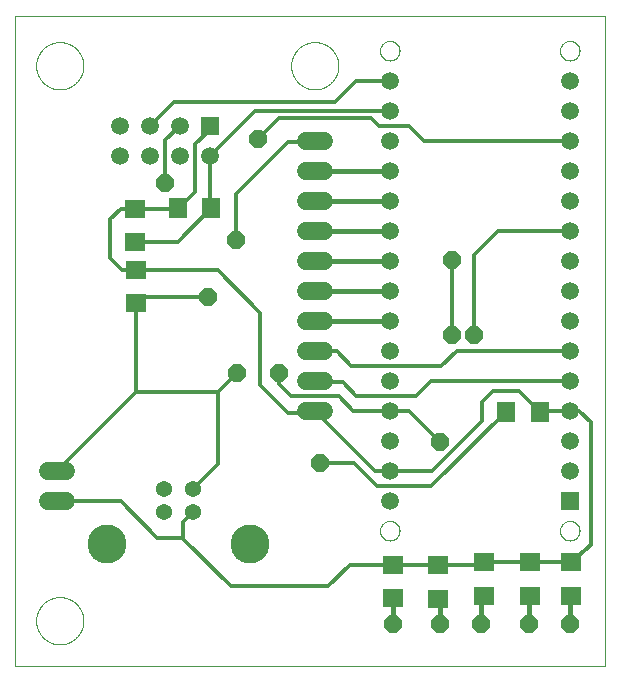
<source format=gbl>
G75*
%MOIN*%
%OFA0B0*%
%FSLAX25Y25*%
%IPPOS*%
%LPD*%
%AMOC8*
5,1,8,0,0,1.08239X$1,22.5*
%
%ADD10C,0.00000*%
%ADD11R,0.07087X0.06299*%
%ADD12R,0.06299X0.07087*%
%ADD13C,0.06000*%
%ADD14R,0.05906X0.05906*%
%ADD15C,0.05906*%
%ADD16R,0.07098X0.06299*%
%ADD17R,0.06299X0.07098*%
%ADD18C,0.05400*%
%ADD19C,0.13000*%
%ADD20C,0.01200*%
%ADD21OC8,0.05906*%
%ADD22C,0.01600*%
D10*
X0001425Y0001000D02*
X0001425Y0217535D01*
X0198276Y0217535D01*
X0198276Y0001000D01*
X0001425Y0001000D01*
X0008551Y0016000D02*
X0008553Y0016193D01*
X0008560Y0016386D01*
X0008572Y0016579D01*
X0008589Y0016772D01*
X0008610Y0016964D01*
X0008636Y0017155D01*
X0008667Y0017346D01*
X0008702Y0017536D01*
X0008742Y0017725D01*
X0008787Y0017913D01*
X0008836Y0018100D01*
X0008890Y0018286D01*
X0008948Y0018470D01*
X0009011Y0018653D01*
X0009079Y0018834D01*
X0009150Y0019013D01*
X0009227Y0019191D01*
X0009307Y0019367D01*
X0009392Y0019540D01*
X0009481Y0019712D01*
X0009574Y0019881D01*
X0009671Y0020048D01*
X0009773Y0020213D01*
X0009878Y0020375D01*
X0009987Y0020534D01*
X0010101Y0020691D01*
X0010218Y0020844D01*
X0010338Y0020995D01*
X0010463Y0021143D01*
X0010591Y0021288D01*
X0010722Y0021429D01*
X0010857Y0021568D01*
X0010996Y0021703D01*
X0011137Y0021834D01*
X0011282Y0021962D01*
X0011430Y0022087D01*
X0011581Y0022207D01*
X0011734Y0022324D01*
X0011891Y0022438D01*
X0012050Y0022547D01*
X0012212Y0022652D01*
X0012377Y0022754D01*
X0012544Y0022851D01*
X0012713Y0022944D01*
X0012885Y0023033D01*
X0013058Y0023118D01*
X0013234Y0023198D01*
X0013412Y0023275D01*
X0013591Y0023346D01*
X0013772Y0023414D01*
X0013955Y0023477D01*
X0014139Y0023535D01*
X0014325Y0023589D01*
X0014512Y0023638D01*
X0014700Y0023683D01*
X0014889Y0023723D01*
X0015079Y0023758D01*
X0015270Y0023789D01*
X0015461Y0023815D01*
X0015653Y0023836D01*
X0015846Y0023853D01*
X0016039Y0023865D01*
X0016232Y0023872D01*
X0016425Y0023874D01*
X0016618Y0023872D01*
X0016811Y0023865D01*
X0017004Y0023853D01*
X0017197Y0023836D01*
X0017389Y0023815D01*
X0017580Y0023789D01*
X0017771Y0023758D01*
X0017961Y0023723D01*
X0018150Y0023683D01*
X0018338Y0023638D01*
X0018525Y0023589D01*
X0018711Y0023535D01*
X0018895Y0023477D01*
X0019078Y0023414D01*
X0019259Y0023346D01*
X0019438Y0023275D01*
X0019616Y0023198D01*
X0019792Y0023118D01*
X0019965Y0023033D01*
X0020137Y0022944D01*
X0020306Y0022851D01*
X0020473Y0022754D01*
X0020638Y0022652D01*
X0020800Y0022547D01*
X0020959Y0022438D01*
X0021116Y0022324D01*
X0021269Y0022207D01*
X0021420Y0022087D01*
X0021568Y0021962D01*
X0021713Y0021834D01*
X0021854Y0021703D01*
X0021993Y0021568D01*
X0022128Y0021429D01*
X0022259Y0021288D01*
X0022387Y0021143D01*
X0022512Y0020995D01*
X0022632Y0020844D01*
X0022749Y0020691D01*
X0022863Y0020534D01*
X0022972Y0020375D01*
X0023077Y0020213D01*
X0023179Y0020048D01*
X0023276Y0019881D01*
X0023369Y0019712D01*
X0023458Y0019540D01*
X0023543Y0019367D01*
X0023623Y0019191D01*
X0023700Y0019013D01*
X0023771Y0018834D01*
X0023839Y0018653D01*
X0023902Y0018470D01*
X0023960Y0018286D01*
X0024014Y0018100D01*
X0024063Y0017913D01*
X0024108Y0017725D01*
X0024148Y0017536D01*
X0024183Y0017346D01*
X0024214Y0017155D01*
X0024240Y0016964D01*
X0024261Y0016772D01*
X0024278Y0016579D01*
X0024290Y0016386D01*
X0024297Y0016193D01*
X0024299Y0016000D01*
X0024297Y0015807D01*
X0024290Y0015614D01*
X0024278Y0015421D01*
X0024261Y0015228D01*
X0024240Y0015036D01*
X0024214Y0014845D01*
X0024183Y0014654D01*
X0024148Y0014464D01*
X0024108Y0014275D01*
X0024063Y0014087D01*
X0024014Y0013900D01*
X0023960Y0013714D01*
X0023902Y0013530D01*
X0023839Y0013347D01*
X0023771Y0013166D01*
X0023700Y0012987D01*
X0023623Y0012809D01*
X0023543Y0012633D01*
X0023458Y0012460D01*
X0023369Y0012288D01*
X0023276Y0012119D01*
X0023179Y0011952D01*
X0023077Y0011787D01*
X0022972Y0011625D01*
X0022863Y0011466D01*
X0022749Y0011309D01*
X0022632Y0011156D01*
X0022512Y0011005D01*
X0022387Y0010857D01*
X0022259Y0010712D01*
X0022128Y0010571D01*
X0021993Y0010432D01*
X0021854Y0010297D01*
X0021713Y0010166D01*
X0021568Y0010038D01*
X0021420Y0009913D01*
X0021269Y0009793D01*
X0021116Y0009676D01*
X0020959Y0009562D01*
X0020800Y0009453D01*
X0020638Y0009348D01*
X0020473Y0009246D01*
X0020306Y0009149D01*
X0020137Y0009056D01*
X0019965Y0008967D01*
X0019792Y0008882D01*
X0019616Y0008802D01*
X0019438Y0008725D01*
X0019259Y0008654D01*
X0019078Y0008586D01*
X0018895Y0008523D01*
X0018711Y0008465D01*
X0018525Y0008411D01*
X0018338Y0008362D01*
X0018150Y0008317D01*
X0017961Y0008277D01*
X0017771Y0008242D01*
X0017580Y0008211D01*
X0017389Y0008185D01*
X0017197Y0008164D01*
X0017004Y0008147D01*
X0016811Y0008135D01*
X0016618Y0008128D01*
X0016425Y0008126D01*
X0016232Y0008128D01*
X0016039Y0008135D01*
X0015846Y0008147D01*
X0015653Y0008164D01*
X0015461Y0008185D01*
X0015270Y0008211D01*
X0015079Y0008242D01*
X0014889Y0008277D01*
X0014700Y0008317D01*
X0014512Y0008362D01*
X0014325Y0008411D01*
X0014139Y0008465D01*
X0013955Y0008523D01*
X0013772Y0008586D01*
X0013591Y0008654D01*
X0013412Y0008725D01*
X0013234Y0008802D01*
X0013058Y0008882D01*
X0012885Y0008967D01*
X0012713Y0009056D01*
X0012544Y0009149D01*
X0012377Y0009246D01*
X0012212Y0009348D01*
X0012050Y0009453D01*
X0011891Y0009562D01*
X0011734Y0009676D01*
X0011581Y0009793D01*
X0011430Y0009913D01*
X0011282Y0010038D01*
X0011137Y0010166D01*
X0010996Y0010297D01*
X0010857Y0010432D01*
X0010722Y0010571D01*
X0010591Y0010712D01*
X0010463Y0010857D01*
X0010338Y0011005D01*
X0010218Y0011156D01*
X0010101Y0011309D01*
X0009987Y0011466D01*
X0009878Y0011625D01*
X0009773Y0011787D01*
X0009671Y0011952D01*
X0009574Y0012119D01*
X0009481Y0012288D01*
X0009392Y0012460D01*
X0009307Y0012633D01*
X0009227Y0012809D01*
X0009150Y0012987D01*
X0009079Y0013166D01*
X0009011Y0013347D01*
X0008948Y0013530D01*
X0008890Y0013714D01*
X0008836Y0013900D01*
X0008787Y0014087D01*
X0008742Y0014275D01*
X0008702Y0014464D01*
X0008667Y0014654D01*
X0008636Y0014845D01*
X0008610Y0015036D01*
X0008589Y0015228D01*
X0008572Y0015421D01*
X0008560Y0015614D01*
X0008553Y0015807D01*
X0008551Y0016000D01*
X0123175Y0046000D02*
X0123177Y0046113D01*
X0123183Y0046227D01*
X0123193Y0046340D01*
X0123207Y0046452D01*
X0123224Y0046564D01*
X0123246Y0046676D01*
X0123272Y0046786D01*
X0123301Y0046896D01*
X0123334Y0047004D01*
X0123371Y0047112D01*
X0123412Y0047217D01*
X0123456Y0047322D01*
X0123504Y0047425D01*
X0123555Y0047526D01*
X0123610Y0047625D01*
X0123669Y0047722D01*
X0123731Y0047817D01*
X0123796Y0047910D01*
X0123864Y0048001D01*
X0123935Y0048089D01*
X0124010Y0048175D01*
X0124087Y0048258D01*
X0124167Y0048338D01*
X0124250Y0048415D01*
X0124336Y0048490D01*
X0124424Y0048561D01*
X0124515Y0048629D01*
X0124608Y0048694D01*
X0124703Y0048756D01*
X0124800Y0048815D01*
X0124899Y0048870D01*
X0125000Y0048921D01*
X0125103Y0048969D01*
X0125208Y0049013D01*
X0125313Y0049054D01*
X0125421Y0049091D01*
X0125529Y0049124D01*
X0125639Y0049153D01*
X0125749Y0049179D01*
X0125861Y0049201D01*
X0125973Y0049218D01*
X0126085Y0049232D01*
X0126198Y0049242D01*
X0126312Y0049248D01*
X0126425Y0049250D01*
X0126538Y0049248D01*
X0126652Y0049242D01*
X0126765Y0049232D01*
X0126877Y0049218D01*
X0126989Y0049201D01*
X0127101Y0049179D01*
X0127211Y0049153D01*
X0127321Y0049124D01*
X0127429Y0049091D01*
X0127537Y0049054D01*
X0127642Y0049013D01*
X0127747Y0048969D01*
X0127850Y0048921D01*
X0127951Y0048870D01*
X0128050Y0048815D01*
X0128147Y0048756D01*
X0128242Y0048694D01*
X0128335Y0048629D01*
X0128426Y0048561D01*
X0128514Y0048490D01*
X0128600Y0048415D01*
X0128683Y0048338D01*
X0128763Y0048258D01*
X0128840Y0048175D01*
X0128915Y0048089D01*
X0128986Y0048001D01*
X0129054Y0047910D01*
X0129119Y0047817D01*
X0129181Y0047722D01*
X0129240Y0047625D01*
X0129295Y0047526D01*
X0129346Y0047425D01*
X0129394Y0047322D01*
X0129438Y0047217D01*
X0129479Y0047112D01*
X0129516Y0047004D01*
X0129549Y0046896D01*
X0129578Y0046786D01*
X0129604Y0046676D01*
X0129626Y0046564D01*
X0129643Y0046452D01*
X0129657Y0046340D01*
X0129667Y0046227D01*
X0129673Y0046113D01*
X0129675Y0046000D01*
X0129673Y0045887D01*
X0129667Y0045773D01*
X0129657Y0045660D01*
X0129643Y0045548D01*
X0129626Y0045436D01*
X0129604Y0045324D01*
X0129578Y0045214D01*
X0129549Y0045104D01*
X0129516Y0044996D01*
X0129479Y0044888D01*
X0129438Y0044783D01*
X0129394Y0044678D01*
X0129346Y0044575D01*
X0129295Y0044474D01*
X0129240Y0044375D01*
X0129181Y0044278D01*
X0129119Y0044183D01*
X0129054Y0044090D01*
X0128986Y0043999D01*
X0128915Y0043911D01*
X0128840Y0043825D01*
X0128763Y0043742D01*
X0128683Y0043662D01*
X0128600Y0043585D01*
X0128514Y0043510D01*
X0128426Y0043439D01*
X0128335Y0043371D01*
X0128242Y0043306D01*
X0128147Y0043244D01*
X0128050Y0043185D01*
X0127951Y0043130D01*
X0127850Y0043079D01*
X0127747Y0043031D01*
X0127642Y0042987D01*
X0127537Y0042946D01*
X0127429Y0042909D01*
X0127321Y0042876D01*
X0127211Y0042847D01*
X0127101Y0042821D01*
X0126989Y0042799D01*
X0126877Y0042782D01*
X0126765Y0042768D01*
X0126652Y0042758D01*
X0126538Y0042752D01*
X0126425Y0042750D01*
X0126312Y0042752D01*
X0126198Y0042758D01*
X0126085Y0042768D01*
X0125973Y0042782D01*
X0125861Y0042799D01*
X0125749Y0042821D01*
X0125639Y0042847D01*
X0125529Y0042876D01*
X0125421Y0042909D01*
X0125313Y0042946D01*
X0125208Y0042987D01*
X0125103Y0043031D01*
X0125000Y0043079D01*
X0124899Y0043130D01*
X0124800Y0043185D01*
X0124703Y0043244D01*
X0124608Y0043306D01*
X0124515Y0043371D01*
X0124424Y0043439D01*
X0124336Y0043510D01*
X0124250Y0043585D01*
X0124167Y0043662D01*
X0124087Y0043742D01*
X0124010Y0043825D01*
X0123935Y0043911D01*
X0123864Y0043999D01*
X0123796Y0044090D01*
X0123731Y0044183D01*
X0123669Y0044278D01*
X0123610Y0044375D01*
X0123555Y0044474D01*
X0123504Y0044575D01*
X0123456Y0044678D01*
X0123412Y0044783D01*
X0123371Y0044888D01*
X0123334Y0044996D01*
X0123301Y0045104D01*
X0123272Y0045214D01*
X0123246Y0045324D01*
X0123224Y0045436D01*
X0123207Y0045548D01*
X0123193Y0045660D01*
X0123183Y0045773D01*
X0123177Y0045887D01*
X0123175Y0046000D01*
X0183175Y0046000D02*
X0183177Y0046113D01*
X0183183Y0046227D01*
X0183193Y0046340D01*
X0183207Y0046452D01*
X0183224Y0046564D01*
X0183246Y0046676D01*
X0183272Y0046786D01*
X0183301Y0046896D01*
X0183334Y0047004D01*
X0183371Y0047112D01*
X0183412Y0047217D01*
X0183456Y0047322D01*
X0183504Y0047425D01*
X0183555Y0047526D01*
X0183610Y0047625D01*
X0183669Y0047722D01*
X0183731Y0047817D01*
X0183796Y0047910D01*
X0183864Y0048001D01*
X0183935Y0048089D01*
X0184010Y0048175D01*
X0184087Y0048258D01*
X0184167Y0048338D01*
X0184250Y0048415D01*
X0184336Y0048490D01*
X0184424Y0048561D01*
X0184515Y0048629D01*
X0184608Y0048694D01*
X0184703Y0048756D01*
X0184800Y0048815D01*
X0184899Y0048870D01*
X0185000Y0048921D01*
X0185103Y0048969D01*
X0185208Y0049013D01*
X0185313Y0049054D01*
X0185421Y0049091D01*
X0185529Y0049124D01*
X0185639Y0049153D01*
X0185749Y0049179D01*
X0185861Y0049201D01*
X0185973Y0049218D01*
X0186085Y0049232D01*
X0186198Y0049242D01*
X0186312Y0049248D01*
X0186425Y0049250D01*
X0186538Y0049248D01*
X0186652Y0049242D01*
X0186765Y0049232D01*
X0186877Y0049218D01*
X0186989Y0049201D01*
X0187101Y0049179D01*
X0187211Y0049153D01*
X0187321Y0049124D01*
X0187429Y0049091D01*
X0187537Y0049054D01*
X0187642Y0049013D01*
X0187747Y0048969D01*
X0187850Y0048921D01*
X0187951Y0048870D01*
X0188050Y0048815D01*
X0188147Y0048756D01*
X0188242Y0048694D01*
X0188335Y0048629D01*
X0188426Y0048561D01*
X0188514Y0048490D01*
X0188600Y0048415D01*
X0188683Y0048338D01*
X0188763Y0048258D01*
X0188840Y0048175D01*
X0188915Y0048089D01*
X0188986Y0048001D01*
X0189054Y0047910D01*
X0189119Y0047817D01*
X0189181Y0047722D01*
X0189240Y0047625D01*
X0189295Y0047526D01*
X0189346Y0047425D01*
X0189394Y0047322D01*
X0189438Y0047217D01*
X0189479Y0047112D01*
X0189516Y0047004D01*
X0189549Y0046896D01*
X0189578Y0046786D01*
X0189604Y0046676D01*
X0189626Y0046564D01*
X0189643Y0046452D01*
X0189657Y0046340D01*
X0189667Y0046227D01*
X0189673Y0046113D01*
X0189675Y0046000D01*
X0189673Y0045887D01*
X0189667Y0045773D01*
X0189657Y0045660D01*
X0189643Y0045548D01*
X0189626Y0045436D01*
X0189604Y0045324D01*
X0189578Y0045214D01*
X0189549Y0045104D01*
X0189516Y0044996D01*
X0189479Y0044888D01*
X0189438Y0044783D01*
X0189394Y0044678D01*
X0189346Y0044575D01*
X0189295Y0044474D01*
X0189240Y0044375D01*
X0189181Y0044278D01*
X0189119Y0044183D01*
X0189054Y0044090D01*
X0188986Y0043999D01*
X0188915Y0043911D01*
X0188840Y0043825D01*
X0188763Y0043742D01*
X0188683Y0043662D01*
X0188600Y0043585D01*
X0188514Y0043510D01*
X0188426Y0043439D01*
X0188335Y0043371D01*
X0188242Y0043306D01*
X0188147Y0043244D01*
X0188050Y0043185D01*
X0187951Y0043130D01*
X0187850Y0043079D01*
X0187747Y0043031D01*
X0187642Y0042987D01*
X0187537Y0042946D01*
X0187429Y0042909D01*
X0187321Y0042876D01*
X0187211Y0042847D01*
X0187101Y0042821D01*
X0186989Y0042799D01*
X0186877Y0042782D01*
X0186765Y0042768D01*
X0186652Y0042758D01*
X0186538Y0042752D01*
X0186425Y0042750D01*
X0186312Y0042752D01*
X0186198Y0042758D01*
X0186085Y0042768D01*
X0185973Y0042782D01*
X0185861Y0042799D01*
X0185749Y0042821D01*
X0185639Y0042847D01*
X0185529Y0042876D01*
X0185421Y0042909D01*
X0185313Y0042946D01*
X0185208Y0042987D01*
X0185103Y0043031D01*
X0185000Y0043079D01*
X0184899Y0043130D01*
X0184800Y0043185D01*
X0184703Y0043244D01*
X0184608Y0043306D01*
X0184515Y0043371D01*
X0184424Y0043439D01*
X0184336Y0043510D01*
X0184250Y0043585D01*
X0184167Y0043662D01*
X0184087Y0043742D01*
X0184010Y0043825D01*
X0183935Y0043911D01*
X0183864Y0043999D01*
X0183796Y0044090D01*
X0183731Y0044183D01*
X0183669Y0044278D01*
X0183610Y0044375D01*
X0183555Y0044474D01*
X0183504Y0044575D01*
X0183456Y0044678D01*
X0183412Y0044783D01*
X0183371Y0044888D01*
X0183334Y0044996D01*
X0183301Y0045104D01*
X0183272Y0045214D01*
X0183246Y0045324D01*
X0183224Y0045436D01*
X0183207Y0045548D01*
X0183193Y0045660D01*
X0183183Y0045773D01*
X0183177Y0045887D01*
X0183175Y0046000D01*
X0093551Y0201000D02*
X0093553Y0201193D01*
X0093560Y0201386D01*
X0093572Y0201579D01*
X0093589Y0201772D01*
X0093610Y0201964D01*
X0093636Y0202155D01*
X0093667Y0202346D01*
X0093702Y0202536D01*
X0093742Y0202725D01*
X0093787Y0202913D01*
X0093836Y0203100D01*
X0093890Y0203286D01*
X0093948Y0203470D01*
X0094011Y0203653D01*
X0094079Y0203834D01*
X0094150Y0204013D01*
X0094227Y0204191D01*
X0094307Y0204367D01*
X0094392Y0204540D01*
X0094481Y0204712D01*
X0094574Y0204881D01*
X0094671Y0205048D01*
X0094773Y0205213D01*
X0094878Y0205375D01*
X0094987Y0205534D01*
X0095101Y0205691D01*
X0095218Y0205844D01*
X0095338Y0205995D01*
X0095463Y0206143D01*
X0095591Y0206288D01*
X0095722Y0206429D01*
X0095857Y0206568D01*
X0095996Y0206703D01*
X0096137Y0206834D01*
X0096282Y0206962D01*
X0096430Y0207087D01*
X0096581Y0207207D01*
X0096734Y0207324D01*
X0096891Y0207438D01*
X0097050Y0207547D01*
X0097212Y0207652D01*
X0097377Y0207754D01*
X0097544Y0207851D01*
X0097713Y0207944D01*
X0097885Y0208033D01*
X0098058Y0208118D01*
X0098234Y0208198D01*
X0098412Y0208275D01*
X0098591Y0208346D01*
X0098772Y0208414D01*
X0098955Y0208477D01*
X0099139Y0208535D01*
X0099325Y0208589D01*
X0099512Y0208638D01*
X0099700Y0208683D01*
X0099889Y0208723D01*
X0100079Y0208758D01*
X0100270Y0208789D01*
X0100461Y0208815D01*
X0100653Y0208836D01*
X0100846Y0208853D01*
X0101039Y0208865D01*
X0101232Y0208872D01*
X0101425Y0208874D01*
X0101618Y0208872D01*
X0101811Y0208865D01*
X0102004Y0208853D01*
X0102197Y0208836D01*
X0102389Y0208815D01*
X0102580Y0208789D01*
X0102771Y0208758D01*
X0102961Y0208723D01*
X0103150Y0208683D01*
X0103338Y0208638D01*
X0103525Y0208589D01*
X0103711Y0208535D01*
X0103895Y0208477D01*
X0104078Y0208414D01*
X0104259Y0208346D01*
X0104438Y0208275D01*
X0104616Y0208198D01*
X0104792Y0208118D01*
X0104965Y0208033D01*
X0105137Y0207944D01*
X0105306Y0207851D01*
X0105473Y0207754D01*
X0105638Y0207652D01*
X0105800Y0207547D01*
X0105959Y0207438D01*
X0106116Y0207324D01*
X0106269Y0207207D01*
X0106420Y0207087D01*
X0106568Y0206962D01*
X0106713Y0206834D01*
X0106854Y0206703D01*
X0106993Y0206568D01*
X0107128Y0206429D01*
X0107259Y0206288D01*
X0107387Y0206143D01*
X0107512Y0205995D01*
X0107632Y0205844D01*
X0107749Y0205691D01*
X0107863Y0205534D01*
X0107972Y0205375D01*
X0108077Y0205213D01*
X0108179Y0205048D01*
X0108276Y0204881D01*
X0108369Y0204712D01*
X0108458Y0204540D01*
X0108543Y0204367D01*
X0108623Y0204191D01*
X0108700Y0204013D01*
X0108771Y0203834D01*
X0108839Y0203653D01*
X0108902Y0203470D01*
X0108960Y0203286D01*
X0109014Y0203100D01*
X0109063Y0202913D01*
X0109108Y0202725D01*
X0109148Y0202536D01*
X0109183Y0202346D01*
X0109214Y0202155D01*
X0109240Y0201964D01*
X0109261Y0201772D01*
X0109278Y0201579D01*
X0109290Y0201386D01*
X0109297Y0201193D01*
X0109299Y0201000D01*
X0109297Y0200807D01*
X0109290Y0200614D01*
X0109278Y0200421D01*
X0109261Y0200228D01*
X0109240Y0200036D01*
X0109214Y0199845D01*
X0109183Y0199654D01*
X0109148Y0199464D01*
X0109108Y0199275D01*
X0109063Y0199087D01*
X0109014Y0198900D01*
X0108960Y0198714D01*
X0108902Y0198530D01*
X0108839Y0198347D01*
X0108771Y0198166D01*
X0108700Y0197987D01*
X0108623Y0197809D01*
X0108543Y0197633D01*
X0108458Y0197460D01*
X0108369Y0197288D01*
X0108276Y0197119D01*
X0108179Y0196952D01*
X0108077Y0196787D01*
X0107972Y0196625D01*
X0107863Y0196466D01*
X0107749Y0196309D01*
X0107632Y0196156D01*
X0107512Y0196005D01*
X0107387Y0195857D01*
X0107259Y0195712D01*
X0107128Y0195571D01*
X0106993Y0195432D01*
X0106854Y0195297D01*
X0106713Y0195166D01*
X0106568Y0195038D01*
X0106420Y0194913D01*
X0106269Y0194793D01*
X0106116Y0194676D01*
X0105959Y0194562D01*
X0105800Y0194453D01*
X0105638Y0194348D01*
X0105473Y0194246D01*
X0105306Y0194149D01*
X0105137Y0194056D01*
X0104965Y0193967D01*
X0104792Y0193882D01*
X0104616Y0193802D01*
X0104438Y0193725D01*
X0104259Y0193654D01*
X0104078Y0193586D01*
X0103895Y0193523D01*
X0103711Y0193465D01*
X0103525Y0193411D01*
X0103338Y0193362D01*
X0103150Y0193317D01*
X0102961Y0193277D01*
X0102771Y0193242D01*
X0102580Y0193211D01*
X0102389Y0193185D01*
X0102197Y0193164D01*
X0102004Y0193147D01*
X0101811Y0193135D01*
X0101618Y0193128D01*
X0101425Y0193126D01*
X0101232Y0193128D01*
X0101039Y0193135D01*
X0100846Y0193147D01*
X0100653Y0193164D01*
X0100461Y0193185D01*
X0100270Y0193211D01*
X0100079Y0193242D01*
X0099889Y0193277D01*
X0099700Y0193317D01*
X0099512Y0193362D01*
X0099325Y0193411D01*
X0099139Y0193465D01*
X0098955Y0193523D01*
X0098772Y0193586D01*
X0098591Y0193654D01*
X0098412Y0193725D01*
X0098234Y0193802D01*
X0098058Y0193882D01*
X0097885Y0193967D01*
X0097713Y0194056D01*
X0097544Y0194149D01*
X0097377Y0194246D01*
X0097212Y0194348D01*
X0097050Y0194453D01*
X0096891Y0194562D01*
X0096734Y0194676D01*
X0096581Y0194793D01*
X0096430Y0194913D01*
X0096282Y0195038D01*
X0096137Y0195166D01*
X0095996Y0195297D01*
X0095857Y0195432D01*
X0095722Y0195571D01*
X0095591Y0195712D01*
X0095463Y0195857D01*
X0095338Y0196005D01*
X0095218Y0196156D01*
X0095101Y0196309D01*
X0094987Y0196466D01*
X0094878Y0196625D01*
X0094773Y0196787D01*
X0094671Y0196952D01*
X0094574Y0197119D01*
X0094481Y0197288D01*
X0094392Y0197460D01*
X0094307Y0197633D01*
X0094227Y0197809D01*
X0094150Y0197987D01*
X0094079Y0198166D01*
X0094011Y0198347D01*
X0093948Y0198530D01*
X0093890Y0198714D01*
X0093836Y0198900D01*
X0093787Y0199087D01*
X0093742Y0199275D01*
X0093702Y0199464D01*
X0093667Y0199654D01*
X0093636Y0199845D01*
X0093610Y0200036D01*
X0093589Y0200228D01*
X0093572Y0200421D01*
X0093560Y0200614D01*
X0093553Y0200807D01*
X0093551Y0201000D01*
X0123175Y0206000D02*
X0123177Y0206113D01*
X0123183Y0206227D01*
X0123193Y0206340D01*
X0123207Y0206452D01*
X0123224Y0206564D01*
X0123246Y0206676D01*
X0123272Y0206786D01*
X0123301Y0206896D01*
X0123334Y0207004D01*
X0123371Y0207112D01*
X0123412Y0207217D01*
X0123456Y0207322D01*
X0123504Y0207425D01*
X0123555Y0207526D01*
X0123610Y0207625D01*
X0123669Y0207722D01*
X0123731Y0207817D01*
X0123796Y0207910D01*
X0123864Y0208001D01*
X0123935Y0208089D01*
X0124010Y0208175D01*
X0124087Y0208258D01*
X0124167Y0208338D01*
X0124250Y0208415D01*
X0124336Y0208490D01*
X0124424Y0208561D01*
X0124515Y0208629D01*
X0124608Y0208694D01*
X0124703Y0208756D01*
X0124800Y0208815D01*
X0124899Y0208870D01*
X0125000Y0208921D01*
X0125103Y0208969D01*
X0125208Y0209013D01*
X0125313Y0209054D01*
X0125421Y0209091D01*
X0125529Y0209124D01*
X0125639Y0209153D01*
X0125749Y0209179D01*
X0125861Y0209201D01*
X0125973Y0209218D01*
X0126085Y0209232D01*
X0126198Y0209242D01*
X0126312Y0209248D01*
X0126425Y0209250D01*
X0126538Y0209248D01*
X0126652Y0209242D01*
X0126765Y0209232D01*
X0126877Y0209218D01*
X0126989Y0209201D01*
X0127101Y0209179D01*
X0127211Y0209153D01*
X0127321Y0209124D01*
X0127429Y0209091D01*
X0127537Y0209054D01*
X0127642Y0209013D01*
X0127747Y0208969D01*
X0127850Y0208921D01*
X0127951Y0208870D01*
X0128050Y0208815D01*
X0128147Y0208756D01*
X0128242Y0208694D01*
X0128335Y0208629D01*
X0128426Y0208561D01*
X0128514Y0208490D01*
X0128600Y0208415D01*
X0128683Y0208338D01*
X0128763Y0208258D01*
X0128840Y0208175D01*
X0128915Y0208089D01*
X0128986Y0208001D01*
X0129054Y0207910D01*
X0129119Y0207817D01*
X0129181Y0207722D01*
X0129240Y0207625D01*
X0129295Y0207526D01*
X0129346Y0207425D01*
X0129394Y0207322D01*
X0129438Y0207217D01*
X0129479Y0207112D01*
X0129516Y0207004D01*
X0129549Y0206896D01*
X0129578Y0206786D01*
X0129604Y0206676D01*
X0129626Y0206564D01*
X0129643Y0206452D01*
X0129657Y0206340D01*
X0129667Y0206227D01*
X0129673Y0206113D01*
X0129675Y0206000D01*
X0129673Y0205887D01*
X0129667Y0205773D01*
X0129657Y0205660D01*
X0129643Y0205548D01*
X0129626Y0205436D01*
X0129604Y0205324D01*
X0129578Y0205214D01*
X0129549Y0205104D01*
X0129516Y0204996D01*
X0129479Y0204888D01*
X0129438Y0204783D01*
X0129394Y0204678D01*
X0129346Y0204575D01*
X0129295Y0204474D01*
X0129240Y0204375D01*
X0129181Y0204278D01*
X0129119Y0204183D01*
X0129054Y0204090D01*
X0128986Y0203999D01*
X0128915Y0203911D01*
X0128840Y0203825D01*
X0128763Y0203742D01*
X0128683Y0203662D01*
X0128600Y0203585D01*
X0128514Y0203510D01*
X0128426Y0203439D01*
X0128335Y0203371D01*
X0128242Y0203306D01*
X0128147Y0203244D01*
X0128050Y0203185D01*
X0127951Y0203130D01*
X0127850Y0203079D01*
X0127747Y0203031D01*
X0127642Y0202987D01*
X0127537Y0202946D01*
X0127429Y0202909D01*
X0127321Y0202876D01*
X0127211Y0202847D01*
X0127101Y0202821D01*
X0126989Y0202799D01*
X0126877Y0202782D01*
X0126765Y0202768D01*
X0126652Y0202758D01*
X0126538Y0202752D01*
X0126425Y0202750D01*
X0126312Y0202752D01*
X0126198Y0202758D01*
X0126085Y0202768D01*
X0125973Y0202782D01*
X0125861Y0202799D01*
X0125749Y0202821D01*
X0125639Y0202847D01*
X0125529Y0202876D01*
X0125421Y0202909D01*
X0125313Y0202946D01*
X0125208Y0202987D01*
X0125103Y0203031D01*
X0125000Y0203079D01*
X0124899Y0203130D01*
X0124800Y0203185D01*
X0124703Y0203244D01*
X0124608Y0203306D01*
X0124515Y0203371D01*
X0124424Y0203439D01*
X0124336Y0203510D01*
X0124250Y0203585D01*
X0124167Y0203662D01*
X0124087Y0203742D01*
X0124010Y0203825D01*
X0123935Y0203911D01*
X0123864Y0203999D01*
X0123796Y0204090D01*
X0123731Y0204183D01*
X0123669Y0204278D01*
X0123610Y0204375D01*
X0123555Y0204474D01*
X0123504Y0204575D01*
X0123456Y0204678D01*
X0123412Y0204783D01*
X0123371Y0204888D01*
X0123334Y0204996D01*
X0123301Y0205104D01*
X0123272Y0205214D01*
X0123246Y0205324D01*
X0123224Y0205436D01*
X0123207Y0205548D01*
X0123193Y0205660D01*
X0123183Y0205773D01*
X0123177Y0205887D01*
X0123175Y0206000D01*
X0183175Y0206000D02*
X0183177Y0206113D01*
X0183183Y0206227D01*
X0183193Y0206340D01*
X0183207Y0206452D01*
X0183224Y0206564D01*
X0183246Y0206676D01*
X0183272Y0206786D01*
X0183301Y0206896D01*
X0183334Y0207004D01*
X0183371Y0207112D01*
X0183412Y0207217D01*
X0183456Y0207322D01*
X0183504Y0207425D01*
X0183555Y0207526D01*
X0183610Y0207625D01*
X0183669Y0207722D01*
X0183731Y0207817D01*
X0183796Y0207910D01*
X0183864Y0208001D01*
X0183935Y0208089D01*
X0184010Y0208175D01*
X0184087Y0208258D01*
X0184167Y0208338D01*
X0184250Y0208415D01*
X0184336Y0208490D01*
X0184424Y0208561D01*
X0184515Y0208629D01*
X0184608Y0208694D01*
X0184703Y0208756D01*
X0184800Y0208815D01*
X0184899Y0208870D01*
X0185000Y0208921D01*
X0185103Y0208969D01*
X0185208Y0209013D01*
X0185313Y0209054D01*
X0185421Y0209091D01*
X0185529Y0209124D01*
X0185639Y0209153D01*
X0185749Y0209179D01*
X0185861Y0209201D01*
X0185973Y0209218D01*
X0186085Y0209232D01*
X0186198Y0209242D01*
X0186312Y0209248D01*
X0186425Y0209250D01*
X0186538Y0209248D01*
X0186652Y0209242D01*
X0186765Y0209232D01*
X0186877Y0209218D01*
X0186989Y0209201D01*
X0187101Y0209179D01*
X0187211Y0209153D01*
X0187321Y0209124D01*
X0187429Y0209091D01*
X0187537Y0209054D01*
X0187642Y0209013D01*
X0187747Y0208969D01*
X0187850Y0208921D01*
X0187951Y0208870D01*
X0188050Y0208815D01*
X0188147Y0208756D01*
X0188242Y0208694D01*
X0188335Y0208629D01*
X0188426Y0208561D01*
X0188514Y0208490D01*
X0188600Y0208415D01*
X0188683Y0208338D01*
X0188763Y0208258D01*
X0188840Y0208175D01*
X0188915Y0208089D01*
X0188986Y0208001D01*
X0189054Y0207910D01*
X0189119Y0207817D01*
X0189181Y0207722D01*
X0189240Y0207625D01*
X0189295Y0207526D01*
X0189346Y0207425D01*
X0189394Y0207322D01*
X0189438Y0207217D01*
X0189479Y0207112D01*
X0189516Y0207004D01*
X0189549Y0206896D01*
X0189578Y0206786D01*
X0189604Y0206676D01*
X0189626Y0206564D01*
X0189643Y0206452D01*
X0189657Y0206340D01*
X0189667Y0206227D01*
X0189673Y0206113D01*
X0189675Y0206000D01*
X0189673Y0205887D01*
X0189667Y0205773D01*
X0189657Y0205660D01*
X0189643Y0205548D01*
X0189626Y0205436D01*
X0189604Y0205324D01*
X0189578Y0205214D01*
X0189549Y0205104D01*
X0189516Y0204996D01*
X0189479Y0204888D01*
X0189438Y0204783D01*
X0189394Y0204678D01*
X0189346Y0204575D01*
X0189295Y0204474D01*
X0189240Y0204375D01*
X0189181Y0204278D01*
X0189119Y0204183D01*
X0189054Y0204090D01*
X0188986Y0203999D01*
X0188915Y0203911D01*
X0188840Y0203825D01*
X0188763Y0203742D01*
X0188683Y0203662D01*
X0188600Y0203585D01*
X0188514Y0203510D01*
X0188426Y0203439D01*
X0188335Y0203371D01*
X0188242Y0203306D01*
X0188147Y0203244D01*
X0188050Y0203185D01*
X0187951Y0203130D01*
X0187850Y0203079D01*
X0187747Y0203031D01*
X0187642Y0202987D01*
X0187537Y0202946D01*
X0187429Y0202909D01*
X0187321Y0202876D01*
X0187211Y0202847D01*
X0187101Y0202821D01*
X0186989Y0202799D01*
X0186877Y0202782D01*
X0186765Y0202768D01*
X0186652Y0202758D01*
X0186538Y0202752D01*
X0186425Y0202750D01*
X0186312Y0202752D01*
X0186198Y0202758D01*
X0186085Y0202768D01*
X0185973Y0202782D01*
X0185861Y0202799D01*
X0185749Y0202821D01*
X0185639Y0202847D01*
X0185529Y0202876D01*
X0185421Y0202909D01*
X0185313Y0202946D01*
X0185208Y0202987D01*
X0185103Y0203031D01*
X0185000Y0203079D01*
X0184899Y0203130D01*
X0184800Y0203185D01*
X0184703Y0203244D01*
X0184608Y0203306D01*
X0184515Y0203371D01*
X0184424Y0203439D01*
X0184336Y0203510D01*
X0184250Y0203585D01*
X0184167Y0203662D01*
X0184087Y0203742D01*
X0184010Y0203825D01*
X0183935Y0203911D01*
X0183864Y0203999D01*
X0183796Y0204090D01*
X0183731Y0204183D01*
X0183669Y0204278D01*
X0183610Y0204375D01*
X0183555Y0204474D01*
X0183504Y0204575D01*
X0183456Y0204678D01*
X0183412Y0204783D01*
X0183371Y0204888D01*
X0183334Y0204996D01*
X0183301Y0205104D01*
X0183272Y0205214D01*
X0183246Y0205324D01*
X0183224Y0205436D01*
X0183207Y0205548D01*
X0183193Y0205660D01*
X0183183Y0205773D01*
X0183177Y0205887D01*
X0183175Y0206000D01*
X0008551Y0201000D02*
X0008553Y0201193D01*
X0008560Y0201386D01*
X0008572Y0201579D01*
X0008589Y0201772D01*
X0008610Y0201964D01*
X0008636Y0202155D01*
X0008667Y0202346D01*
X0008702Y0202536D01*
X0008742Y0202725D01*
X0008787Y0202913D01*
X0008836Y0203100D01*
X0008890Y0203286D01*
X0008948Y0203470D01*
X0009011Y0203653D01*
X0009079Y0203834D01*
X0009150Y0204013D01*
X0009227Y0204191D01*
X0009307Y0204367D01*
X0009392Y0204540D01*
X0009481Y0204712D01*
X0009574Y0204881D01*
X0009671Y0205048D01*
X0009773Y0205213D01*
X0009878Y0205375D01*
X0009987Y0205534D01*
X0010101Y0205691D01*
X0010218Y0205844D01*
X0010338Y0205995D01*
X0010463Y0206143D01*
X0010591Y0206288D01*
X0010722Y0206429D01*
X0010857Y0206568D01*
X0010996Y0206703D01*
X0011137Y0206834D01*
X0011282Y0206962D01*
X0011430Y0207087D01*
X0011581Y0207207D01*
X0011734Y0207324D01*
X0011891Y0207438D01*
X0012050Y0207547D01*
X0012212Y0207652D01*
X0012377Y0207754D01*
X0012544Y0207851D01*
X0012713Y0207944D01*
X0012885Y0208033D01*
X0013058Y0208118D01*
X0013234Y0208198D01*
X0013412Y0208275D01*
X0013591Y0208346D01*
X0013772Y0208414D01*
X0013955Y0208477D01*
X0014139Y0208535D01*
X0014325Y0208589D01*
X0014512Y0208638D01*
X0014700Y0208683D01*
X0014889Y0208723D01*
X0015079Y0208758D01*
X0015270Y0208789D01*
X0015461Y0208815D01*
X0015653Y0208836D01*
X0015846Y0208853D01*
X0016039Y0208865D01*
X0016232Y0208872D01*
X0016425Y0208874D01*
X0016618Y0208872D01*
X0016811Y0208865D01*
X0017004Y0208853D01*
X0017197Y0208836D01*
X0017389Y0208815D01*
X0017580Y0208789D01*
X0017771Y0208758D01*
X0017961Y0208723D01*
X0018150Y0208683D01*
X0018338Y0208638D01*
X0018525Y0208589D01*
X0018711Y0208535D01*
X0018895Y0208477D01*
X0019078Y0208414D01*
X0019259Y0208346D01*
X0019438Y0208275D01*
X0019616Y0208198D01*
X0019792Y0208118D01*
X0019965Y0208033D01*
X0020137Y0207944D01*
X0020306Y0207851D01*
X0020473Y0207754D01*
X0020638Y0207652D01*
X0020800Y0207547D01*
X0020959Y0207438D01*
X0021116Y0207324D01*
X0021269Y0207207D01*
X0021420Y0207087D01*
X0021568Y0206962D01*
X0021713Y0206834D01*
X0021854Y0206703D01*
X0021993Y0206568D01*
X0022128Y0206429D01*
X0022259Y0206288D01*
X0022387Y0206143D01*
X0022512Y0205995D01*
X0022632Y0205844D01*
X0022749Y0205691D01*
X0022863Y0205534D01*
X0022972Y0205375D01*
X0023077Y0205213D01*
X0023179Y0205048D01*
X0023276Y0204881D01*
X0023369Y0204712D01*
X0023458Y0204540D01*
X0023543Y0204367D01*
X0023623Y0204191D01*
X0023700Y0204013D01*
X0023771Y0203834D01*
X0023839Y0203653D01*
X0023902Y0203470D01*
X0023960Y0203286D01*
X0024014Y0203100D01*
X0024063Y0202913D01*
X0024108Y0202725D01*
X0024148Y0202536D01*
X0024183Y0202346D01*
X0024214Y0202155D01*
X0024240Y0201964D01*
X0024261Y0201772D01*
X0024278Y0201579D01*
X0024290Y0201386D01*
X0024297Y0201193D01*
X0024299Y0201000D01*
X0024297Y0200807D01*
X0024290Y0200614D01*
X0024278Y0200421D01*
X0024261Y0200228D01*
X0024240Y0200036D01*
X0024214Y0199845D01*
X0024183Y0199654D01*
X0024148Y0199464D01*
X0024108Y0199275D01*
X0024063Y0199087D01*
X0024014Y0198900D01*
X0023960Y0198714D01*
X0023902Y0198530D01*
X0023839Y0198347D01*
X0023771Y0198166D01*
X0023700Y0197987D01*
X0023623Y0197809D01*
X0023543Y0197633D01*
X0023458Y0197460D01*
X0023369Y0197288D01*
X0023276Y0197119D01*
X0023179Y0196952D01*
X0023077Y0196787D01*
X0022972Y0196625D01*
X0022863Y0196466D01*
X0022749Y0196309D01*
X0022632Y0196156D01*
X0022512Y0196005D01*
X0022387Y0195857D01*
X0022259Y0195712D01*
X0022128Y0195571D01*
X0021993Y0195432D01*
X0021854Y0195297D01*
X0021713Y0195166D01*
X0021568Y0195038D01*
X0021420Y0194913D01*
X0021269Y0194793D01*
X0021116Y0194676D01*
X0020959Y0194562D01*
X0020800Y0194453D01*
X0020638Y0194348D01*
X0020473Y0194246D01*
X0020306Y0194149D01*
X0020137Y0194056D01*
X0019965Y0193967D01*
X0019792Y0193882D01*
X0019616Y0193802D01*
X0019438Y0193725D01*
X0019259Y0193654D01*
X0019078Y0193586D01*
X0018895Y0193523D01*
X0018711Y0193465D01*
X0018525Y0193411D01*
X0018338Y0193362D01*
X0018150Y0193317D01*
X0017961Y0193277D01*
X0017771Y0193242D01*
X0017580Y0193211D01*
X0017389Y0193185D01*
X0017197Y0193164D01*
X0017004Y0193147D01*
X0016811Y0193135D01*
X0016618Y0193128D01*
X0016425Y0193126D01*
X0016232Y0193128D01*
X0016039Y0193135D01*
X0015846Y0193147D01*
X0015653Y0193164D01*
X0015461Y0193185D01*
X0015270Y0193211D01*
X0015079Y0193242D01*
X0014889Y0193277D01*
X0014700Y0193317D01*
X0014512Y0193362D01*
X0014325Y0193411D01*
X0014139Y0193465D01*
X0013955Y0193523D01*
X0013772Y0193586D01*
X0013591Y0193654D01*
X0013412Y0193725D01*
X0013234Y0193802D01*
X0013058Y0193882D01*
X0012885Y0193967D01*
X0012713Y0194056D01*
X0012544Y0194149D01*
X0012377Y0194246D01*
X0012212Y0194348D01*
X0012050Y0194453D01*
X0011891Y0194562D01*
X0011734Y0194676D01*
X0011581Y0194793D01*
X0011430Y0194913D01*
X0011282Y0195038D01*
X0011137Y0195166D01*
X0010996Y0195297D01*
X0010857Y0195432D01*
X0010722Y0195571D01*
X0010591Y0195712D01*
X0010463Y0195857D01*
X0010338Y0196005D01*
X0010218Y0196156D01*
X0010101Y0196309D01*
X0009987Y0196466D01*
X0009878Y0196625D01*
X0009773Y0196787D01*
X0009671Y0196952D01*
X0009574Y0197119D01*
X0009481Y0197288D01*
X0009392Y0197460D01*
X0009307Y0197633D01*
X0009227Y0197809D01*
X0009150Y0197987D01*
X0009079Y0198166D01*
X0009011Y0198347D01*
X0008948Y0198530D01*
X0008890Y0198714D01*
X0008836Y0198900D01*
X0008787Y0199087D01*
X0008742Y0199275D01*
X0008702Y0199464D01*
X0008667Y0199654D01*
X0008636Y0199845D01*
X0008610Y0200036D01*
X0008589Y0200228D01*
X0008572Y0200421D01*
X0008560Y0200614D01*
X0008553Y0200807D01*
X0008551Y0201000D01*
D11*
X0041642Y0153382D03*
X0041642Y0142358D03*
X0041720Y0132909D03*
X0041720Y0121886D03*
D12*
X0055913Y0153461D03*
X0066937Y0153461D03*
D13*
X0098425Y0156000D02*
X0104425Y0156000D01*
X0104425Y0166000D02*
X0098425Y0166000D01*
X0098425Y0176000D02*
X0104425Y0176000D01*
X0104425Y0146000D02*
X0098425Y0146000D01*
X0098425Y0136000D02*
X0104425Y0136000D01*
X0104425Y0126000D02*
X0098425Y0126000D01*
X0098425Y0116000D02*
X0104425Y0116000D01*
X0104425Y0106000D02*
X0098425Y0106000D01*
X0098425Y0096000D02*
X0104425Y0096000D01*
X0104425Y0086000D02*
X0098425Y0086000D01*
X0018500Y0065921D02*
X0012500Y0065921D01*
X0012500Y0055921D02*
X0018500Y0055921D01*
D14*
X0066425Y0181000D03*
X0186425Y0056000D03*
D15*
X0186425Y0066000D03*
X0186425Y0076000D03*
X0186425Y0086000D03*
X0186425Y0096000D03*
X0186425Y0106000D03*
X0186425Y0116000D03*
X0186425Y0126000D03*
X0186425Y0136000D03*
X0186425Y0146000D03*
X0186425Y0156000D03*
X0186425Y0166000D03*
X0186425Y0176000D03*
X0186425Y0186000D03*
X0186425Y0196000D03*
X0126425Y0196000D03*
X0126425Y0186000D03*
X0126425Y0176000D03*
X0126425Y0166000D03*
X0126425Y0156000D03*
X0126425Y0146000D03*
X0126425Y0136000D03*
X0126425Y0126000D03*
X0126425Y0116000D03*
X0126425Y0106000D03*
X0126425Y0096000D03*
X0126425Y0086000D03*
X0126425Y0076000D03*
X0126425Y0066000D03*
X0126425Y0056000D03*
X0066425Y0171000D03*
X0056425Y0171000D03*
X0056425Y0181000D03*
X0046425Y0181000D03*
X0046425Y0171000D03*
X0036425Y0171000D03*
X0036425Y0181000D03*
D16*
X0157803Y0035535D03*
X0157803Y0024339D03*
X0173236Y0024339D03*
X0173236Y0035535D03*
X0186701Y0035535D03*
X0186701Y0024339D03*
X0142449Y0023315D03*
X0142449Y0034512D03*
X0127646Y0034709D03*
X0127646Y0023512D03*
D17*
X0165177Y0085665D03*
X0176374Y0085665D03*
D18*
X0060913Y0060060D03*
X0060913Y0052260D03*
X0051071Y0052260D03*
X0051071Y0060060D03*
D19*
X0032292Y0041560D03*
X0079692Y0041560D03*
D20*
X0073354Y0027457D02*
X0057508Y0043303D01*
X0057508Y0048854D01*
X0060913Y0052260D01*
X0057094Y0043717D02*
X0057508Y0043303D01*
X0057094Y0043717D02*
X0048827Y0043717D01*
X0036701Y0055843D01*
X0015579Y0055843D01*
X0015500Y0055921D01*
X0015500Y0065921D02*
X0041720Y0092142D01*
X0062882Y0092142D01*
X0062843Y0092102D01*
X0062882Y0092142D02*
X0069142Y0092142D01*
X0069142Y0068288D01*
X0060913Y0060060D01*
X0069142Y0092142D02*
X0075559Y0098559D01*
X0083276Y0094425D02*
X0092370Y0085331D01*
X0100756Y0085331D01*
X0101425Y0086000D01*
X0121425Y0066000D01*
X0126425Y0066000D01*
X0140559Y0066000D01*
X0157134Y0082575D01*
X0157134Y0088913D01*
X0160717Y0092496D01*
X0169543Y0092496D01*
X0176374Y0085665D01*
X0176709Y0086000D01*
X0186425Y0086000D01*
X0189555Y0086000D01*
X0193354Y0082201D01*
X0193354Y0041205D01*
X0186701Y0035535D01*
X0173236Y0035535D01*
X0157803Y0035535D01*
X0156780Y0034512D01*
X0142449Y0034512D01*
X0127843Y0034512D01*
X0127646Y0034709D01*
X0113126Y0034709D01*
X0105874Y0027457D01*
X0073354Y0027457D01*
X0103118Y0068520D02*
X0114417Y0068520D01*
X0122134Y0060803D01*
X0140315Y0060803D01*
X0165177Y0085665D01*
X0148748Y0106000D02*
X0186425Y0106000D01*
X0186425Y0096000D02*
X0140224Y0096000D01*
X0135283Y0091059D01*
X0115106Y0091059D01*
X0110677Y0095488D01*
X0101937Y0095488D01*
X0101425Y0096000D01*
X0093472Y0090843D02*
X0089339Y0094976D01*
X0089339Y0098559D01*
X0083276Y0094425D02*
X0083276Y0118677D01*
X0069043Y0132909D01*
X0041720Y0132909D01*
X0037075Y0132909D01*
X0033118Y0136866D01*
X0033118Y0149819D01*
X0036701Y0153402D01*
X0041622Y0153402D01*
X0041642Y0153382D01*
X0055835Y0153382D01*
X0055913Y0153461D01*
X0056051Y0153461D01*
X0061504Y0158913D01*
X0061504Y0174760D01*
X0066425Y0179681D01*
X0066425Y0181000D01*
X0066425Y0171000D02*
X0066425Y0153972D01*
X0066937Y0153461D01*
X0055835Y0142358D01*
X0041642Y0142358D01*
X0042646Y0123913D02*
X0065913Y0123913D01*
X0075008Y0142929D02*
X0075008Y0158087D01*
X0092646Y0175724D01*
X0101150Y0175724D01*
X0101425Y0176000D01*
X0089516Y0183579D02*
X0082626Y0176689D01*
X0089516Y0183579D02*
X0120067Y0183579D01*
X0122685Y0180961D01*
X0132980Y0180961D01*
X0137941Y0176000D01*
X0186425Y0176000D01*
X0186425Y0146000D02*
X0162409Y0146000D01*
X0154378Y0137969D01*
X0154378Y0111512D01*
X0154654Y0111236D01*
X0147213Y0111236D02*
X0147213Y0136315D01*
X0148748Y0106000D02*
X0143650Y0100902D01*
X0113630Y0100902D01*
X0108709Y0105823D01*
X0101602Y0105823D01*
X0101425Y0106000D01*
X0093472Y0090843D02*
X0109457Y0090843D01*
X0114299Y0086000D01*
X0126425Y0086000D01*
X0132764Y0086000D01*
X0143079Y0075685D01*
X0127646Y0034709D02*
X0126457Y0033520D01*
X0041720Y0092142D02*
X0041720Y0121886D01*
X0042646Y0123913D01*
X0051622Y0161925D02*
X0051622Y0176197D01*
X0056425Y0181000D01*
X0054417Y0188992D02*
X0046425Y0181000D01*
X0054417Y0188992D02*
X0108217Y0188992D01*
X0115224Y0196000D01*
X0126425Y0196000D01*
X0126425Y0186000D02*
X0081425Y0186000D01*
X0066425Y0171000D01*
D21*
X0051622Y0161925D03*
X0075008Y0142929D03*
X0065913Y0123913D03*
X0075559Y0098559D03*
X0089339Y0098559D03*
X0103118Y0068520D03*
X0143079Y0075685D03*
X0147213Y0111236D03*
X0154654Y0111236D03*
X0147213Y0136315D03*
X0082626Y0176689D03*
X0127409Y0014780D03*
X0143157Y0014780D03*
X0156937Y0014780D03*
X0172685Y0014780D03*
X0186465Y0014780D03*
D22*
X0186465Y0024339D01*
X0186701Y0024339D01*
X0173236Y0024339D02*
X0172685Y0024339D01*
X0172685Y0014780D01*
X0157803Y0024339D02*
X0156937Y0024339D01*
X0156937Y0014780D01*
X0143157Y0014780D02*
X0143157Y0025283D01*
X0142449Y0023315D01*
X0127646Y0023512D02*
X0127409Y0025480D01*
X0127409Y0014780D01*
X0126425Y0116000D02*
X0101425Y0116000D01*
X0101425Y0126000D02*
X0126425Y0126000D01*
X0126425Y0136000D02*
X0101425Y0136000D01*
X0101425Y0146000D02*
X0126425Y0146000D01*
X0126425Y0156000D02*
X0101425Y0156000D01*
X0101425Y0166000D02*
X0126425Y0166000D01*
M02*

</source>
